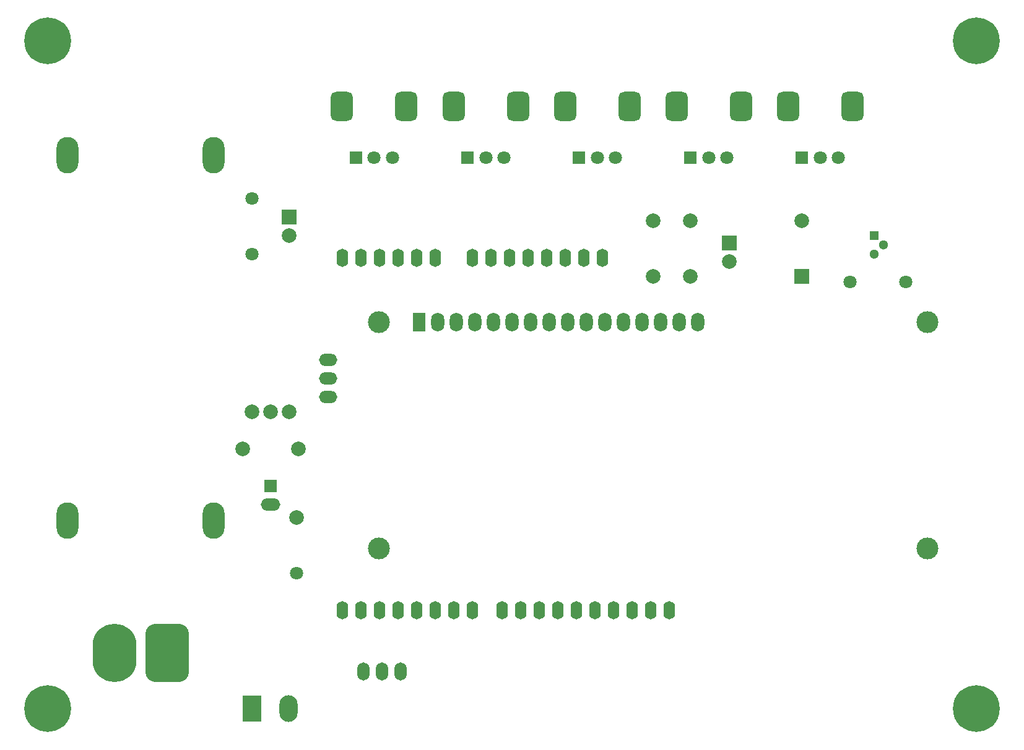
<source format=gbr>
%TF.GenerationSoftware,KiCad,Pcbnew,(6.0.8)*%
%TF.CreationDate,2022-11-09T11:36:30+07:00*%
%TF.ProjectId,SPEED_CONTROL,53504545-445f-4434-9f4e-54524f4c2e6b,rev?*%
%TF.SameCoordinates,Original*%
%TF.FileFunction,Soldermask,Top*%
%TF.FilePolarity,Negative*%
%FSLAX46Y46*%
G04 Gerber Fmt 4.6, Leading zero omitted, Abs format (unit mm)*
G04 Created by KiCad (PCBNEW (6.0.8)) date 2022-11-09 11:36:30*
%MOMM*%
%LPD*%
G01*
G04 APERTURE LIST*
G04 Aperture macros list*
%AMRoundRect*
0 Rectangle with rounded corners*
0 $1 Rounding radius*
0 $2 $3 $4 $5 $6 $7 $8 $9 X,Y pos of 4 corners*
0 Add a 4 corners polygon primitive as box body*
4,1,4,$2,$3,$4,$5,$6,$7,$8,$9,$2,$3,0*
0 Add four circle primitives for the rounded corners*
1,1,$1+$1,$2,$3*
1,1,$1+$1,$4,$5*
1,1,$1+$1,$6,$7*
1,1,$1+$1,$8,$9*
0 Add four rect primitives between the rounded corners*
20,1,$1+$1,$2,$3,$4,$5,0*
20,1,$1+$1,$4,$5,$6,$7,0*
20,1,$1+$1,$6,$7,$8,$9,0*
20,1,$1+$1,$8,$9,$2,$3,0*%
G04 Aperture macros list end*
%ADD10R,1.800000X1.800000*%
%ADD11C,1.800000*%
%ADD12RoundRect,0.750000X0.750000X-1.250000X0.750000X1.250000X-0.750000X1.250000X-0.750000X-1.250000X0*%
%ADD13C,2.000000*%
%ADD14C,3.000000*%
%ADD15R,1.800000X2.600000*%
%ADD16O,1.800000X2.600000*%
%ADD17C,6.400000*%
%ADD18R,2.500000X3.660000*%
%ADD19O,2.500000X3.660000*%
%ADD20R,1.700000X1.700000*%
%ADD21O,2.660000X1.700000*%
%ADD22R,2.000000X2.000000*%
%ADD23O,2.500000X1.660000*%
%ADD24RoundRect,1.500000X1.500000X2.500000X-1.500000X2.500000X-1.500000X-2.500000X1.500000X-2.500000X0*%
%ADD25O,6.000000X8.000000*%
%ADD26O,3.000000X5.000000*%
%ADD27R,1.300000X1.300000*%
%ADD28C,1.300000*%
%ADD29O,1.700000X2.500000*%
%ADD30O,1.600000X2.500000*%
G04 APERTURE END LIST*
D10*
%TO.C,RV2*%
X138684000Y-46436000D03*
D11*
X141184000Y-46436000D03*
X143684000Y-46436000D03*
D12*
X136784000Y-39436000D03*
X145584000Y-39436000D03*
%TD*%
D11*
%TO.C,R2*%
X63500000Y-52070000D03*
X63500000Y-59690000D03*
%TD*%
D13*
%TO.C,R3*%
X118364000Y-55118000D03*
X118364000Y-62738000D03*
%TD*%
D14*
%TO.C,DS1*%
X80864900Y-99971200D03*
X80864900Y-68970500D03*
X155863480Y-99971200D03*
X155864000Y-68970500D03*
D15*
X86364000Y-68970500D03*
D16*
X88904000Y-68970500D03*
X91444000Y-68970500D03*
X93984000Y-68970500D03*
X96524000Y-68970500D03*
X99064000Y-68970500D03*
X101604000Y-68970500D03*
X104144000Y-68970500D03*
X106684000Y-68970500D03*
X109224000Y-68970500D03*
X111764000Y-68970500D03*
X114304000Y-68970500D03*
X116844000Y-68970500D03*
X119384000Y-68970500D03*
X121924000Y-68970500D03*
X124464000Y-68970500D03*
%TD*%
D17*
%TO.C,H1*%
X162560000Y-30480000D03*
%TD*%
D13*
%TO.C,R5*%
X62230000Y-86360000D03*
X69850000Y-86360000D03*
%TD*%
D18*
%TO.C,J3*%
X63500000Y-121920000D03*
D19*
X68500000Y-121920000D03*
%TD*%
D17*
%TO.C,H2*%
X162560000Y-121920000D03*
%TD*%
%TO.C,H4*%
X35560000Y-30480000D03*
%TD*%
D20*
%TO.C,J2*%
X66040000Y-91440000D03*
D21*
X66040000Y-93980000D03*
%TD*%
D11*
%TO.C,R6*%
X69596000Y-103378000D03*
D13*
X69596000Y-95758000D03*
%TD*%
D11*
%TO.C,R4*%
X145288000Y-63500000D03*
X152908000Y-63500000D03*
%TD*%
D13*
%TO.C,J5*%
X63500000Y-81280000D03*
X66040000Y-81280000D03*
X68580000Y-81280000D03*
%TD*%
D22*
%TO.C,D3*%
X68580000Y-54610000D03*
D13*
X68580000Y-57150000D03*
%TD*%
D23*
%TO.C,RV6*%
X73914000Y-74168000D03*
X73914000Y-76708000D03*
X73914000Y-79248000D03*
%TD*%
D22*
%TO.C,BZ1*%
X138684000Y-62728000D03*
D13*
X138684000Y-55128000D03*
%TD*%
D24*
%TO.C,J4*%
X51860000Y-114300000D03*
D25*
X44660000Y-114300000D03*
%TD*%
D10*
%TO.C,RV1*%
X92964000Y-46436000D03*
D11*
X95464000Y-46436000D03*
X97964000Y-46436000D03*
D12*
X99864000Y-39436000D03*
X91064000Y-39436000D03*
%TD*%
D13*
%TO.C,R1*%
X123444000Y-55118000D03*
X123444000Y-62738000D03*
%TD*%
D10*
%TO.C,RV3*%
X123444000Y-46436000D03*
D11*
X125944000Y-46436000D03*
X128444000Y-46436000D03*
D12*
X130344000Y-39436000D03*
X121544000Y-39436000D03*
%TD*%
D10*
%TO.C,RV5*%
X77684000Y-46436000D03*
D11*
X80184000Y-46436000D03*
X82684000Y-46436000D03*
D12*
X84584000Y-39436000D03*
X75784000Y-39436000D03*
%TD*%
D22*
%TO.C,D1*%
X128778000Y-58161000D03*
D13*
X128778000Y-60701000D03*
%TD*%
D26*
%TO.C,U2*%
X38260000Y-96120000D03*
X58260000Y-96120000D03*
X38260000Y-46120000D03*
X58260000Y-46120000D03*
%TD*%
D17*
%TO.C,H3*%
X35560000Y-121920000D03*
%TD*%
D27*
%TO.C,Q1*%
X148590000Y-57150000D03*
D28*
X149860000Y-58420000D03*
X148590000Y-59690000D03*
%TD*%
D10*
%TO.C,RV4*%
X108204000Y-46436000D03*
D11*
X110704000Y-46436000D03*
X113204000Y-46436000D03*
D12*
X106304000Y-39436000D03*
X115104000Y-39436000D03*
%TD*%
D29*
%TO.C,J1*%
X78755000Y-116840000D03*
X81295000Y-116840000D03*
X83835000Y-116840000D03*
%TD*%
D30*
%TO.C,A1*%
X111379000Y-60198000D03*
X108839000Y-60198000D03*
X106299000Y-60198000D03*
X103759000Y-60198000D03*
X101219000Y-60198000D03*
X98679000Y-60198000D03*
X96139000Y-60198000D03*
X93599000Y-60198000D03*
X88519000Y-60198000D03*
X85979000Y-60198000D03*
X83439000Y-60198000D03*
X80899000Y-60198000D03*
X78359000Y-60198000D03*
X75819000Y-60198000D03*
X75819000Y-108458000D03*
X78359000Y-108458000D03*
X80899000Y-108458000D03*
X83439000Y-108458000D03*
X85979000Y-108458000D03*
X88519000Y-108458000D03*
X91059000Y-108458000D03*
X93599000Y-108458000D03*
X97659000Y-108458000D03*
X100199000Y-108458000D03*
X102739000Y-108458000D03*
X105279000Y-108458000D03*
X107819000Y-108458000D03*
X110359000Y-108458000D03*
X112899000Y-108458000D03*
X115439000Y-108458000D03*
X117979000Y-108458000D03*
X120519000Y-108458000D03*
%TD*%
M02*

</source>
